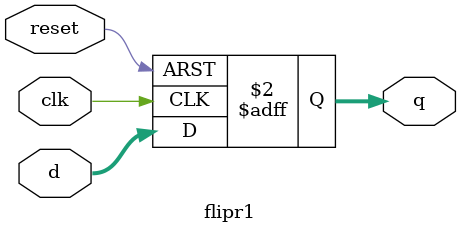
<source format=sv>
module flipr1(input logic clk,
	     input logic reset,
	     input logic [31:0] d,
	     output logic [31:0] q);


always_ff @(posedge clk , posedge reset)

if(reset) q <= 0;
else q <= d;

endmodule

</source>
